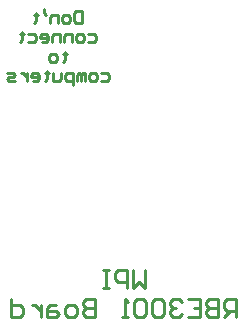
<source format=gbo>
G04 Layer_Color=32896*
%FSLAX24Y24*%
%MOIN*%
G70*
G01*
G75*
%ADD20C,0.0100*%
D20*
X6761Y3340D02*
Y2740D01*
X6561Y2940D01*
X6361Y2740D01*
Y3340D01*
X6161Y2740D02*
Y3340D01*
X5861D01*
X5761Y3240D01*
Y3040D01*
X5861Y2940D01*
X6161D01*
X5561Y3340D02*
X5361D01*
X5461D01*
Y2740D01*
X5561D01*
X5361D01*
X9810Y1780D02*
Y2380D01*
X9510D01*
X9410Y2280D01*
Y2080D01*
X9510Y1980D01*
X9810D01*
X9610D02*
X9410Y1780D01*
X9210Y2380D02*
Y1780D01*
X8910D01*
X8810Y1880D01*
Y1980D01*
X8910Y2080D01*
X9210D01*
X8910D01*
X8810Y2180D01*
Y2280D01*
X8910Y2380D01*
X9210D01*
X8211D02*
X8610D01*
Y1780D01*
X8211D01*
X8610Y2080D02*
X8410D01*
X8011Y2280D02*
X7911Y2380D01*
X7711D01*
X7611Y2280D01*
Y2180D01*
X7711Y2080D01*
X7811D01*
X7711D01*
X7611Y1980D01*
Y1880D01*
X7711Y1780D01*
X7911D01*
X8011Y1880D01*
X7411Y2280D02*
X7311Y2380D01*
X7111D01*
X7011Y2280D01*
Y1880D01*
X7111Y1780D01*
X7311D01*
X7411Y1880D01*
Y2280D01*
X6811D02*
X6711Y2380D01*
X6511D01*
X6411Y2280D01*
Y1880D01*
X6511Y1780D01*
X6711D01*
X6811Y1880D01*
Y2280D01*
X6211Y1780D02*
X6011D01*
X6111D01*
Y2380D01*
X6211Y2280D01*
X5112Y2380D02*
Y1780D01*
X4812D01*
X4712Y1880D01*
Y1980D01*
X4812Y2080D01*
X5112D01*
X4812D01*
X4712Y2180D01*
Y2280D01*
X4812Y2380D01*
X5112D01*
X4412Y1780D02*
X4212D01*
X4112Y1880D01*
Y2080D01*
X4212Y2180D01*
X4412D01*
X4512Y2080D01*
Y1880D01*
X4412Y1780D01*
X3812Y2180D02*
X3612D01*
X3512Y2080D01*
Y1780D01*
X3812D01*
X3912Y1880D01*
X3812Y1980D01*
X3512D01*
X3312Y2180D02*
Y1780D01*
Y1980D01*
X3212Y2080D01*
X3112Y2180D01*
X3012D01*
X2312Y2380D02*
Y1780D01*
X2612D01*
X2712Y1880D01*
Y2080D01*
X2612Y2180D01*
X2312D01*
X4674Y11983D02*
Y11583D01*
X4474D01*
X4407Y11650D01*
Y11916D01*
X4474Y11983D01*
X4674D01*
X4207Y11583D02*
X4074D01*
X4007Y11650D01*
Y11783D01*
X4074Y11849D01*
X4207D01*
X4274Y11783D01*
Y11650D01*
X4207Y11583D01*
X3874D02*
Y11849D01*
X3674D01*
X3608Y11783D01*
Y11583D01*
X3408Y12049D02*
Y11916D01*
X3474Y11849D01*
X3141Y11916D02*
Y11849D01*
X3208D01*
X3074D01*
X3141D01*
Y11650D01*
X3074Y11583D01*
X4874Y11196D02*
X5074D01*
X5140Y11130D01*
Y10996D01*
X5074Y10930D01*
X4874D01*
X4674D02*
X4541D01*
X4474Y10996D01*
Y11130D01*
X4541Y11196D01*
X4674D01*
X4740Y11130D01*
Y10996D01*
X4674Y10930D01*
X4341D02*
Y11196D01*
X4141D01*
X4074Y11130D01*
Y10930D01*
X3941D02*
Y11196D01*
X3741D01*
X3674Y11130D01*
Y10930D01*
X3341D02*
X3474D01*
X3541Y10996D01*
Y11130D01*
X3474Y11196D01*
X3341D01*
X3274Y11130D01*
Y11063D01*
X3541D01*
X2874Y11196D02*
X3074D01*
X3141Y11130D01*
Y10996D01*
X3074Y10930D01*
X2874D01*
X2674Y11263D02*
Y11196D01*
X2741D01*
X2608D01*
X2674D01*
Y10996D01*
X2608Y10930D01*
X4107Y10610D02*
Y10543D01*
X4174D01*
X4041D01*
X4107D01*
Y10343D01*
X4041Y10276D01*
X3774D02*
X3641D01*
X3574Y10343D01*
Y10476D01*
X3641Y10543D01*
X3774D01*
X3841Y10476D01*
Y10343D01*
X3774Y10276D01*
X5307Y9890D02*
X5507D01*
X5574Y9823D01*
Y9690D01*
X5507Y9623D01*
X5307D01*
X5107D02*
X4974D01*
X4907Y9690D01*
Y9823D01*
X4974Y9890D01*
X5107D01*
X5174Y9823D01*
Y9690D01*
X5107Y9623D01*
X4774D02*
Y9890D01*
X4707D01*
X4641Y9823D01*
Y9623D01*
Y9823D01*
X4574Y9890D01*
X4507Y9823D01*
Y9623D01*
X4374Y9490D02*
Y9890D01*
X4174D01*
X4107Y9823D01*
Y9690D01*
X4174Y9623D01*
X4374D01*
X3974Y9890D02*
Y9690D01*
X3907Y9623D01*
X3707D01*
Y9890D01*
X3508Y9957D02*
Y9890D01*
X3574D01*
X3441D01*
X3508D01*
Y9690D01*
X3441Y9623D01*
X3041D02*
X3174D01*
X3241Y9690D01*
Y9823D01*
X3174Y9890D01*
X3041D01*
X2974Y9823D01*
Y9757D01*
X3241D01*
X2841Y9890D02*
Y9623D01*
Y9757D01*
X2774Y9823D01*
X2708Y9890D01*
X2641D01*
X2441Y9623D02*
X2241D01*
X2175Y9690D01*
X2241Y9757D01*
X2375D01*
X2441Y9823D01*
X2375Y9890D01*
X2175D01*
M02*

</source>
